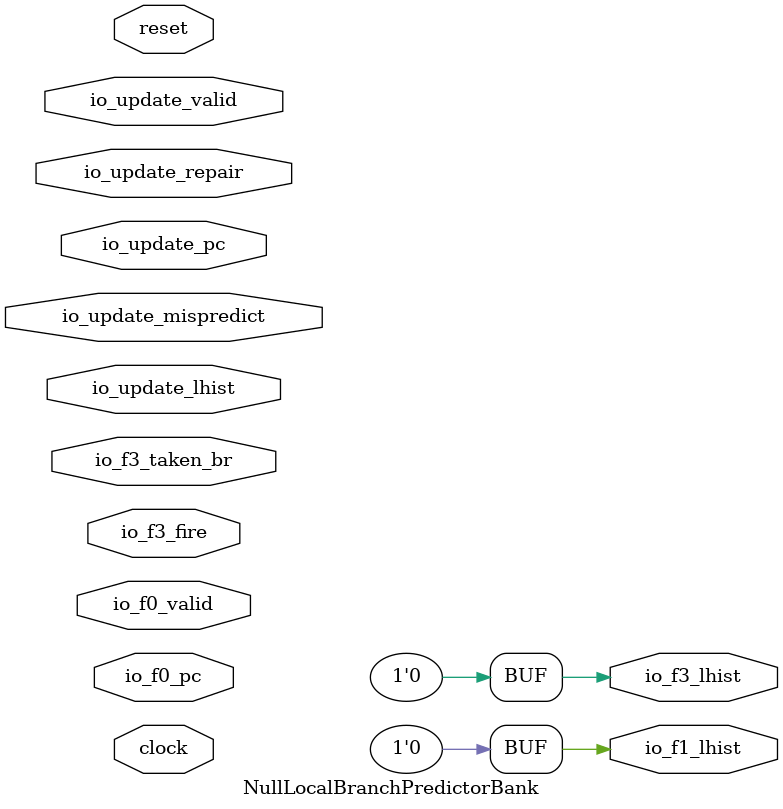
<source format=v>
module NullLocalBranchPredictorBank(
  input         clock,
  input         reset,
  input         io_f0_valid,
  input  [39:0] io_f0_pc,
  output        io_f1_lhist,
  output        io_f3_lhist,
  input         io_f3_taken_br,
  input         io_f3_fire,
  input         io_update_valid,
  input         io_update_mispredict,
  input         io_update_repair,
  input  [39:0] io_update_pc,
  input         io_update_lhist
);
  assign io_f1_lhist = 1'h0; // @[local.scala 40:15]
  assign io_f3_lhist = 1'h0; // @[local.scala 41:15]
endmodule

</source>
